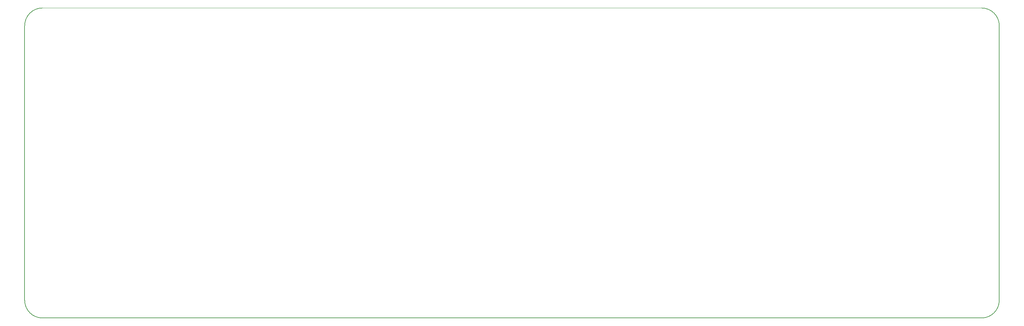
<source format=gm1>
%TF.GenerationSoftware,KiCad,Pcbnew,9.0.0*%
%TF.CreationDate,2025-03-21T09:46:05+01:00*%
%TF.ProjectId,litl_base,6c69746c-5f62-4617-9365-2e6b69636164,rev?*%
%TF.SameCoordinates,Original*%
%TF.FileFunction,Profile,NP*%
%FSLAX46Y46*%
G04 Gerber Fmt 4.6, Leading zero omitted, Abs format (unit mm)*
G04 Created by KiCad (PCBNEW 9.0.0) date 2025-03-21 09:46:05*
%MOMM*%
%LPD*%
G01*
G04 APERTURE LIST*
%TA.AperFunction,Profile*%
%ADD10C,0.150000*%
%TD*%
%TA.AperFunction,Profile*%
%ADD11C,0.100000*%
%TD*%
G04 APERTURE END LIST*
D10*
X23875000Y-143250000D02*
X276950000Y-143250000D01*
X281725000Y-138475000D02*
G75*
G02*
X276950000Y-143250000I-4775000J0D01*
G01*
X23875000Y-143250000D02*
G75*
G02*
X19100000Y-138475000I0J4775000D01*
G01*
X281725000Y-138475000D02*
X281725000Y-64462500D01*
X19100000Y-138475000D02*
X19100000Y-64462500D01*
X19100000Y-64462500D02*
G75*
G02*
X23875000Y-59687500I4775000J0D01*
G01*
D11*
X23875000Y-59687500D02*
X276950000Y-59687500D01*
D10*
X276950000Y-59687500D02*
G75*
G02*
X281725000Y-64462500I0J-4775000D01*
G01*
M02*

</source>
